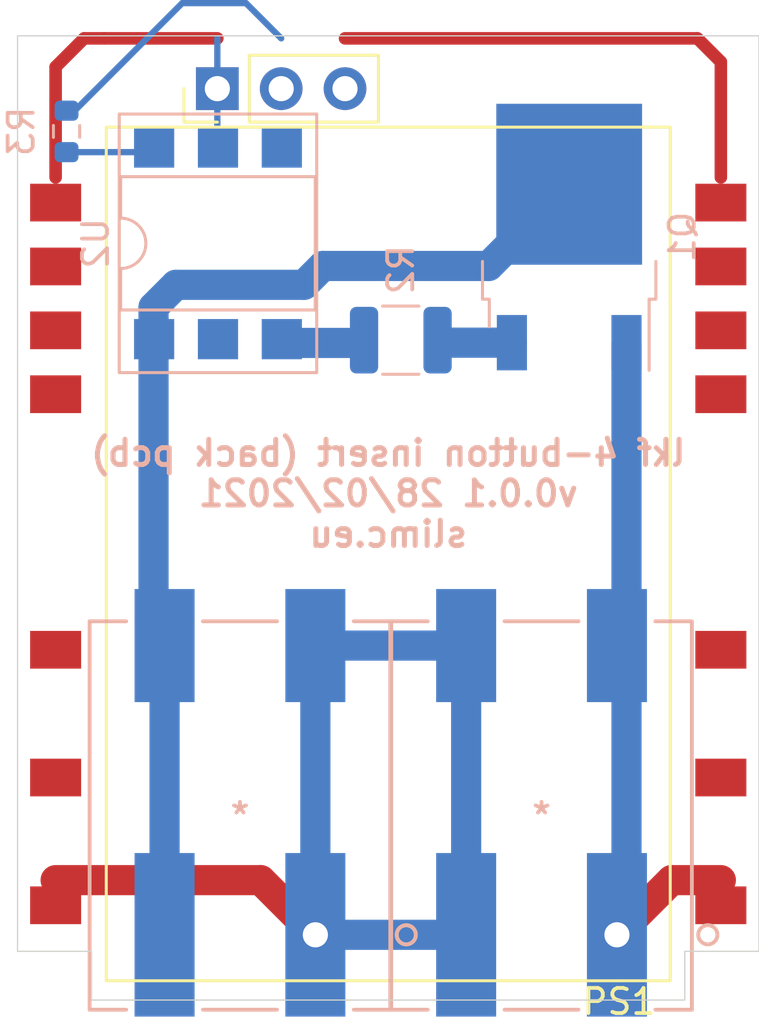
<source format=kicad_pcb>
(kicad_pcb (version 20171130) (host pcbnew 5.1.9-73d0e3b20d~88~ubuntu20.04.1)

  (general
    (thickness 1.6)
    (drawings 109)
    (tracks 40)
    (zones 0)
    (modules 8)
    (nets 12)
  )

  (page A4)
  (title_block
    (title "lkf 4-button insert (back pcb)")
    (date 2021-02-28)
    (rev v0.0.1)
  )

  (layers
    (0 F.Cu signal)
    (31 B.Cu signal)
    (32 B.Adhes user)
    (33 F.Adhes user)
    (34 B.Paste user)
    (35 F.Paste user)
    (36 B.SilkS user)
    (37 F.SilkS user)
    (38 B.Mask user)
    (39 F.Mask user)
    (40 Dwgs.User user hide)
    (41 Cmts.User user hide)
    (42 Eco1.User user hide)
    (43 Eco2.User user hide)
    (44 Edge.Cuts user)
    (45 Margin user)
    (46 B.CrtYd user hide)
    (47 F.CrtYd user hide)
    (48 B.Fab user hide)
    (49 F.Fab user hide)
  )

  (setup
    (last_trace_width 0.25)
    (user_trace_width 0.5)
    (user_trace_width 1.2)
    (user_trace_width 2)
    (trace_clearance 0.2)
    (zone_clearance 0.508)
    (zone_45_only no)
    (trace_min 0.2)
    (via_size 0.8)
    (via_drill 0.4)
    (via_min_size 0.4)
    (via_min_drill 0.3)
    (uvia_size 0.3)
    (uvia_drill 0.1)
    (uvias_allowed no)
    (uvia_min_size 0.2)
    (uvia_min_drill 0.1)
    (edge_width 0.05)
    (segment_width 0.2)
    (pcb_text_width 0.3)
    (pcb_text_size 1.5 1.5)
    (mod_edge_width 0.12)
    (mod_text_size 1 1)
    (mod_text_width 0.15)
    (pad_size 1 1)
    (pad_drill 0)
    (pad_to_mask_clearance 0.051)
    (solder_mask_min_width 0.25)
    (aux_axis_origin 0 0)
    (grid_origin 78.3 43.85)
    (visible_elements FFFFFF7F)
    (pcbplotparams
      (layerselection 0x010fc_ffffffff)
      (usegerberextensions false)
      (usegerberattributes false)
      (usegerberadvancedattributes false)
      (creategerberjobfile false)
      (excludeedgelayer true)
      (linewidth 0.100000)
      (plotframeref false)
      (viasonmask false)
      (mode 1)
      (useauxorigin false)
      (hpglpennumber 1)
      (hpglpenspeed 20)
      (hpglpendiameter 15.000000)
      (psnegative false)
      (psa4output false)
      (plotreference true)
      (plotvalue true)
      (plotinvisibletext false)
      (padsonsilk false)
      (subtractmaskfromsilk false)
      (outputformat 1)
      (mirror false)
      (drillshape 0)
      (scaleselection 1)
      (outputdirectory "../v0.0.1-back-pcb-production-files/"))
  )

  (net 0 "")
  (net 1 GND)
  (net 2 +3V3)
  (net 3 "Net-(J1-Pad2)")
  (net 4 "Net-(J1-Pad1)")
  (net 5 "Net-(Q1-Pad3)")
  (net 6 "Net-(J2-Pad1)")
  (net 7 "Net-(R2-Pad2)")
  (net 8 "Net-(R3-Pad1)")
  (net 9 "Net-(J3-Pad2)")
  (net 10 "Net-(U2-Pad3)")
  (net 11 "Net-(U2-Pad5)")

  (net_class Default "This is the default net class."
    (clearance 0.2)
    (trace_width 0.25)
    (via_dia 0.8)
    (via_drill 0.4)
    (uvia_dia 0.3)
    (uvia_drill 0.1)
    (add_net +3V3)
    (add_net GND)
    (add_net "Net-(J1-Pad1)")
    (add_net "Net-(J1-Pad2)")
    (add_net "Net-(J2-Pad1)")
    (add_net "Net-(J3-Pad2)")
    (add_net "Net-(Q1-Pad3)")
    (add_net "Net-(R2-Pad2)")
    (add_net "Net-(R3-Pad1)")
    (add_net "Net-(U2-Pad3)")
    (add_net "Net-(U2-Pad5)")
  )

  (module Package_DIP:DIP-6_W7.62mm_SMDSocket_SmallPads (layer B.Cu) (tedit 5A02E8C5) (tstamp 603C0D89)
    (at 71.525 33.9 270)
    (descr "6-lead though-hole mounted DIP package, row spacing 7.62 mm (300 mils), SMDSocket, SmallPads")
    (tags "THT DIP DIL PDIP 2.54mm 7.62mm 300mil SMDSocket SmallPads")
    (path /603BCC49)
    (attr smd)
    (fp_text reference U2 (at 0 4.87 90) (layer B.SilkS)
      (effects (font (size 1 1) (thickness 0.15)) (justify mirror))
    )
    (fp_text value MOC3021M (at 0 -4.87 90) (layer B.Fab)
      (effects (font (size 1 1) (thickness 0.15)) (justify mirror))
    )
    (fp_line (start 5.35 4.15) (end -5.35 4.15) (layer B.CrtYd) (width 0.05))
    (fp_line (start 5.35 -4.15) (end 5.35 4.15) (layer B.CrtYd) (width 0.05))
    (fp_line (start -5.35 -4.15) (end 5.35 -4.15) (layer B.CrtYd) (width 0.05))
    (fp_line (start -5.35 4.15) (end -5.35 -4.15) (layer B.CrtYd) (width 0.05))
    (fp_line (start 5.14 3.93) (end -5.14 3.93) (layer B.SilkS) (width 0.12))
    (fp_line (start 5.14 -3.93) (end 5.14 3.93) (layer B.SilkS) (width 0.12))
    (fp_line (start -5.14 -3.93) (end 5.14 -3.93) (layer B.SilkS) (width 0.12))
    (fp_line (start -5.14 3.93) (end -5.14 -3.93) (layer B.SilkS) (width 0.12))
    (fp_line (start 2.65 3.87) (end 1 3.87) (layer B.SilkS) (width 0.12))
    (fp_line (start 2.65 -3.87) (end 2.65 3.87) (layer B.SilkS) (width 0.12))
    (fp_line (start -2.65 -3.87) (end 2.65 -3.87) (layer B.SilkS) (width 0.12))
    (fp_line (start -2.65 3.87) (end -2.65 -3.87) (layer B.SilkS) (width 0.12))
    (fp_line (start -1 3.87) (end -2.65 3.87) (layer B.SilkS) (width 0.12))
    (fp_line (start 5.08 3.87) (end -5.08 3.87) (layer B.Fab) (width 0.1))
    (fp_line (start 5.08 -3.87) (end 5.08 3.87) (layer B.Fab) (width 0.1))
    (fp_line (start -5.08 -3.87) (end 5.08 -3.87) (layer B.Fab) (width 0.1))
    (fp_line (start -5.08 3.87) (end -5.08 -3.87) (layer B.Fab) (width 0.1))
    (fp_line (start -3.175 2.81) (end -2.175 3.81) (layer B.Fab) (width 0.1))
    (fp_line (start -3.175 -3.81) (end -3.175 2.81) (layer B.Fab) (width 0.1))
    (fp_line (start 3.175 -3.81) (end -3.175 -3.81) (layer B.Fab) (width 0.1))
    (fp_line (start 3.175 3.81) (end 3.175 -3.81) (layer B.Fab) (width 0.1))
    (fp_line (start -2.175 3.81) (end 3.175 3.81) (layer B.Fab) (width 0.1))
    (fp_text user %R (at 0 0 90) (layer B.Fab)
      (effects (font (size 1 1) (thickness 0.15)) (justify mirror))
    )
    (fp_arc (start 0 3.87) (end -1 3.87) (angle 180) (layer B.SilkS) (width 0.12))
    (pad 6 smd rect (at 3.81 2.54 270) (size 1.6 1.6) (layers B.Cu B.Paste B.Mask)
      (net 3 "Net-(J1-Pad2)"))
    (pad 3 smd rect (at -3.81 -2.54 270) (size 1.6 1.6) (layers B.Cu B.Paste B.Mask)
      (net 10 "Net-(U2-Pad3)"))
    (pad 5 smd rect (at 3.81 0 270) (size 1.6 1.6) (layers B.Cu B.Paste B.Mask)
      (net 11 "Net-(U2-Pad5)"))
    (pad 2 smd rect (at -3.81 0 270) (size 1.6 1.6) (layers B.Cu B.Paste B.Mask)
      (net 1 GND))
    (pad 4 smd rect (at 3.81 -2.54 270) (size 1.6 1.6) (layers B.Cu B.Paste B.Mask)
      (net 7 "Net-(R2-Pad2)"))
    (pad 1 smd rect (at -3.81 2.54 270) (size 1.6 1.6) (layers B.Cu B.Paste B.Mask)
      (net 8 "Net-(R3-Pad1)"))
    (model ${KISYS3DMOD}/Package_DIP.3dshapes/DIP-6_W7.62mm_SMDSocket.wrl
      (at (xyz 0 0 0))
      (scale (xyz 1 1 1))
      (rotate (xyz 0 0 0))
    )
  )

  (module Resistor_SMD:R_1210_3225Metric (layer B.Cu) (tedit 5F68FEEE) (tstamp 6038C14E)
    (at 78.8 37.75 180)
    (descr "Resistor SMD 1210 (3225 Metric), square (rectangular) end terminal, IPC_7351 nominal, (Body size source: IPC-SM-782 page 72, https://www.pcb-3d.com/wordpress/wp-content/uploads/ipc-sm-782a_amendment_1_and_2.pdf), generated with kicad-footprint-generator")
    (tags resistor)
    (path /604BA65D)
    (attr smd)
    (fp_text reference R2 (at 0 2.8 90) (layer B.SilkS)
      (effects (font (size 1 1) (thickness 0.15)) (justify mirror))
    )
    (fp_text value 330R (at 0 -2.28 90) (layer B.Fab)
      (effects (font (size 1 1) (thickness 0.15)) (justify mirror))
    )
    (fp_line (start -1.6 -1.245) (end -1.6 1.245) (layer B.Fab) (width 0.1))
    (fp_line (start -1.6 1.245) (end 1.6 1.245) (layer B.Fab) (width 0.1))
    (fp_line (start 1.6 1.245) (end 1.6 -1.245) (layer B.Fab) (width 0.1))
    (fp_line (start 1.6 -1.245) (end -1.6 -1.245) (layer B.Fab) (width 0.1))
    (fp_line (start -0.723737 1.355) (end 0.723737 1.355) (layer B.SilkS) (width 0.12))
    (fp_line (start -0.723737 -1.355) (end 0.723737 -1.355) (layer B.SilkS) (width 0.12))
    (fp_line (start -2.28 -1.58) (end -2.28 1.58) (layer B.CrtYd) (width 0.05))
    (fp_line (start -2.28 1.58) (end 2.28 1.58) (layer B.CrtYd) (width 0.05))
    (fp_line (start 2.28 1.58) (end 2.28 -1.58) (layer B.CrtYd) (width 0.05))
    (fp_line (start 2.28 -1.58) (end -2.28 -1.58) (layer B.CrtYd) (width 0.05))
    (fp_text user %R (at 0 0) (layer B.Fab)
      (effects (font (size 0.8 0.8) (thickness 0.12)) (justify mirror))
    )
    (pad 2 smd roundrect (at 1.4625 0 180) (size 1.125 2.65) (layers B.Cu B.Paste B.Mask) (roundrect_rratio 0.2222213333333333)
      (net 7 "Net-(R2-Pad2)"))
    (pad 1 smd roundrect (at -1.4625 0 180) (size 1.125 2.65) (layers B.Cu B.Paste B.Mask) (roundrect_rratio 0.2222213333333333)
      (net 5 "Net-(Q1-Pad3)"))
    (model ${KISYS3DMOD}/Resistor_SMD.3dshapes/R_1210_3225Metric.wrl
      (at (xyz 0 0 0))
      (scale (xyz 1 1 1))
      (rotate (xyz 0 0 0))
    )
  )

  (module WAGO_2061_602:2061-602_998-404 (layer B.Cu) (tedit 60356F0F) (tstamp 60384BC1)
    (at 84.4 56.65 180)
    (path /603E8E83)
    (fp_text reference J2 (at 0 1.006551) (layer B.SilkS) hide
      (effects (font (size 1 1) (thickness 0.15)) (justify mirror))
    )
    (fp_text value Mains_In_Conn (at 0 1.006551) (layer B.SilkS) hide
      (effects (font (size 1 1) (thickness 0.15)) (justify mirror))
    )
    (fp_circle (center -3.000002 1.006551) (end -2.619002 1.006551) (layer B.Fab) (width 0.1524))
    (fp_circle (center -6.6167 -4.743448) (end -6.2357 -4.743448) (layer F.SilkS) (width 0.1524))
    (fp_circle (center -6.6167 -4.743448) (end -6.2357 -4.743448) (layer B.SilkS) (width 0.1524))
    (fp_line (start 4.408351 -8.233083) (end 4.408351 -7.795766) (layer B.CrtYd) (width 0.1524))
    (fp_line (start 4.408351 -8.233083) (end 4.408351 -8.233083) (layer B.CrtYd) (width 0.1524))
    (fp_line (start 4.408351 -8.233083) (end 4.408351 -8.233083) (layer B.CrtYd) (width 0.1524))
    (fp_line (start 4.408351 -8.233083) (end 4.408351 -8.233083) (layer B.CrtYd) (width 0.1524))
    (fp_line (start -1.718652 -8.233083) (end 4.408351 -8.233083) (layer B.CrtYd) (width 0.1524))
    (fp_line (start -4.408352 -8.233082) (end -1.718652 -8.233083) (layer B.CrtYd) (width 0.1524))
    (fp_line (start -4.408352 -7.795764) (end -4.408352 -8.233082) (layer B.CrtYd) (width 0.1524))
    (fp_line (start -6.009778 -7.795763) (end -4.408352 -7.795764) (layer B.CrtYd) (width 0.1524))
    (fp_line (start -6.009778 7.795764) (end -6.009778 -7.795763) (layer B.CrtYd) (width 0.1524))
    (fp_line (start -4.439936 7.795764) (end -6.009778 7.795764) (layer B.CrtYd) (width 0.1524))
    (fp_line (start -4.439936 9.228777) (end -4.439936 7.795764) (layer B.CrtYd) (width 0.1524))
    (fp_line (start -4.439936 9.228777) (end -4.439936 9.228777) (layer B.CrtYd) (width 0.1524))
    (fp_line (start -4.439936 9.228777) (end -4.439936 9.228777) (layer B.CrtYd) (width 0.1524))
    (fp_line (start -4.439936 9.228777) (end -4.439936 9.228777) (layer B.CrtYd) (width 0.1524))
    (fp_line (start 1.687067 9.228777) (end -4.439936 9.228777) (layer B.CrtYd) (width 0.1524))
    (fp_line (start 4.312936 9.228777) (end 1.687067 9.228777) (layer B.CrtYd) (width 0.1524))
    (fp_line (start 4.312936 7.795764) (end 4.312936 9.228777) (layer B.CrtYd) (width 0.1524))
    (fp_line (start 6.009778 7.795764) (end 4.312936 7.795764) (layer B.CrtYd) (width 0.1524))
    (fp_line (start 6.009775 -7.795766) (end 6.009778 7.795764) (layer B.CrtYd) (width 0.1524))
    (fp_line (start 4.408351 -7.795766) (end 6.009775 -7.795766) (layer B.CrtYd) (width 0.1524))
    (fp_line (start -5.8547 7.5946) (end -5.8547 -7.5946) (layer B.Fab) (width 0.1524))
    (fp_line (start 5.8547 7.5946) (end -5.8547 7.5946) (layer B.Fab) (width 0.1524))
    (fp_line (start 5.8547 -7.5946) (end 5.8547 7.5946) (layer B.Fab) (width 0.1524))
    (fp_line (start -5.8547 -7.5946) (end 5.8547 -7.5946) (layer B.Fab) (width 0.1524))
    (fp_line (start -5.9817 7.7216) (end -5.9817 -7.7216) (layer B.SilkS) (width 0.1524))
    (fp_line (start 5.9817 7.7216) (end 4.526542 7.7216) (layer B.SilkS) (width 0.1524))
    (fp_line (start 5.9817 -7.7216) (end 5.9817 7.7216) (layer B.SilkS) (width 0.1524))
    (fp_line (start -5.9817 -7.7216) (end -4.526542 -7.7216) (layer B.SilkS) (width 0.1524))
    (fp_line (start 1.473462 7.7216) (end -1.473462 7.7216) (layer B.SilkS) (width 0.1524))
    (fp_line (start -4.526542 7.7216) (end -5.9817 7.7216) (layer B.SilkS) (width 0.1524))
    (fp_line (start 4.526542 -7.7216) (end 5.9817 -7.7216) (layer B.SilkS) (width 0.1524))
    (fp_line (start -1.473462 -7.7216) (end 1.473462 -7.7216) (layer B.SilkS) (width 0.1524))
    (fp_text user * (at 0 0) (layer B.Fab)
      (effects (font (size 1 1) (thickness 0.15)) (justify mirror))
    )
    (fp_text user * (at 0 0) (layer B.SilkS)
      (effects (font (size 1 1) (thickness 0.15)) (justify mirror))
    )
    (fp_text user "Copyright 2016 Accelerated Designs. All rights reserved." (at 0 0) (layer Cmts.User)
      (effects (font (size 0.127 0.127) (thickness 0.002)))
    )
    (pad 2 smd rect (at 3.000002 6.75655 180) (size 2.3876 4.4958) (layers B.Cu B.Paste B.Mask)
      (net 4 "Net-(J1-Pad1)"))
    (pad 1 smd rect (at -3.000002 6.75655 180) (size 2.3876 4.4958) (layers B.Cu B.Paste B.Mask)
      (net 6 "Net-(J2-Pad1)"))
    (pad 2 smd rect (at 3.000002 -4.743448 180) (size 2.3876 6.5024) (layers B.Cu B.Paste B.Mask)
      (net 4 "Net-(J1-Pad1)"))
    (pad 1 smd rect (at -3.000002 -4.743448 180) (size 2.3876 6.5024) (layers B.Cu B.Paste B.Mask)
      (net 6 "Net-(J2-Pad1)"))
    (model /home/christian/Projects/smart-home-projects/utilities/kicad-libs/WAGO_2061_602/WAGO_2061_602.models/2061-602_998-404.stp
      (offset (xyz 5.8 -7.4 0))
      (scale (xyz 1 1 1))
      (rotate (xyz -90 0 90))
    )
  )

  (module WAGO_2061_602:2061-602_998-404 (layer B.Cu) (tedit 60356F0F) (tstamp 60384CEA)
    (at 72.4 56.65 180)
    (path /603ED863)
    (fp_text reference J1 (at 0 1.006551) (layer B.SilkS) hide
      (effects (font (size 1 1) (thickness 0.15)) (justify mirror))
    )
    (fp_text value Mains_Out_Conn (at 0 1.006551) (layer B.SilkS) hide
      (effects (font (size 1 1) (thickness 0.15)) (justify mirror))
    )
    (fp_circle (center -3.000002 1.006551) (end -2.619002 1.006551) (layer B.Fab) (width 0.1524))
    (fp_circle (center -6.6167 -4.743448) (end -6.2357 -4.743448) (layer F.SilkS) (width 0.1524))
    (fp_circle (center -6.6167 -4.743448) (end -6.2357 -4.743448) (layer B.SilkS) (width 0.1524))
    (fp_line (start 4.408351 -8.233083) (end 4.408351 -7.795766) (layer B.CrtYd) (width 0.1524))
    (fp_line (start 4.408351 -8.233083) (end 4.408351 -8.233083) (layer B.CrtYd) (width 0.1524))
    (fp_line (start 4.408351 -8.233083) (end 4.408351 -8.233083) (layer B.CrtYd) (width 0.1524))
    (fp_line (start 4.408351 -8.233083) (end 4.408351 -8.233083) (layer B.CrtYd) (width 0.1524))
    (fp_line (start -1.718652 -8.233083) (end 4.408351 -8.233083) (layer B.CrtYd) (width 0.1524))
    (fp_line (start -4.408352 -8.233082) (end -1.718652 -8.233083) (layer B.CrtYd) (width 0.1524))
    (fp_line (start -4.408352 -7.795764) (end -4.408352 -8.233082) (layer B.CrtYd) (width 0.1524))
    (fp_line (start -6.009778 -7.795763) (end -4.408352 -7.795764) (layer B.CrtYd) (width 0.1524))
    (fp_line (start -6.009778 7.795764) (end -6.009778 -7.795763) (layer B.CrtYd) (width 0.1524))
    (fp_line (start -4.439936 7.795764) (end -6.009778 7.795764) (layer B.CrtYd) (width 0.1524))
    (fp_line (start -4.439936 9.228777) (end -4.439936 7.795764) (layer B.CrtYd) (width 0.1524))
    (fp_line (start -4.439936 9.228777) (end -4.439936 9.228777) (layer B.CrtYd) (width 0.1524))
    (fp_line (start -4.439936 9.228777) (end -4.439936 9.228777) (layer B.CrtYd) (width 0.1524))
    (fp_line (start -4.439936 9.228777) (end -4.439936 9.228777) (layer B.CrtYd) (width 0.1524))
    (fp_line (start 1.687067 9.228777) (end -4.439936 9.228777) (layer B.CrtYd) (width 0.1524))
    (fp_line (start 4.312936 9.228777) (end 1.687067 9.228777) (layer B.CrtYd) (width 0.1524))
    (fp_line (start 4.312936 7.795764) (end 4.312936 9.228777) (layer B.CrtYd) (width 0.1524))
    (fp_line (start 6.009778 7.795764) (end 4.312936 7.795764) (layer B.CrtYd) (width 0.1524))
    (fp_line (start 6.009775 -7.795766) (end 6.009778 7.795764) (layer B.CrtYd) (width 0.1524))
    (fp_line (start 4.408351 -7.795766) (end 6.009775 -7.795766) (layer B.CrtYd) (width 0.1524))
    (fp_line (start -5.8547 7.5946) (end -5.8547 -7.5946) (layer B.Fab) (width 0.1524))
    (fp_line (start 5.8547 7.5946) (end -5.8547 7.5946) (layer B.Fab) (width 0.1524))
    (fp_line (start 5.8547 -7.5946) (end 5.8547 7.5946) (layer B.Fab) (width 0.1524))
    (fp_line (start -5.8547 -7.5946) (end 5.8547 -7.5946) (layer B.Fab) (width 0.1524))
    (fp_line (start -5.9817 7.7216) (end -5.9817 -7.7216) (layer B.SilkS) (width 0.1524))
    (fp_line (start 5.9817 7.7216) (end 4.526542 7.7216) (layer B.SilkS) (width 0.1524))
    (fp_line (start 5.9817 -7.7216) (end 5.9817 7.7216) (layer B.SilkS) (width 0.1524))
    (fp_line (start -5.9817 -7.7216) (end -4.526542 -7.7216) (layer B.SilkS) (width 0.1524))
    (fp_line (start 1.473462 7.7216) (end -1.473462 7.7216) (layer B.SilkS) (width 0.1524))
    (fp_line (start -4.526542 7.7216) (end -5.9817 7.7216) (layer B.SilkS) (width 0.1524))
    (fp_line (start 4.526542 -7.7216) (end 5.9817 -7.7216) (layer B.SilkS) (width 0.1524))
    (fp_line (start -1.473462 -7.7216) (end 1.473462 -7.7216) (layer B.SilkS) (width 0.1524))
    (fp_text user * (at 0 0 180) (layer B.Fab)
      (effects (font (size 1 1) (thickness 0.15)) (justify mirror))
    )
    (fp_text user * (at 0 0 180) (layer B.SilkS)
      (effects (font (size 1 1) (thickness 0.15)) (justify mirror))
    )
    (fp_text user "Copyright 2016 Accelerated Designs. All rights reserved." (at 0 0) (layer Cmts.User)
      (effects (font (size 0.127 0.127) (thickness 0.002)))
    )
    (pad 2 smd rect (at 3.000002 6.75655 180) (size 2.3876 4.4958) (layers B.Cu B.Paste B.Mask)
      (net 3 "Net-(J1-Pad2)"))
    (pad 1 smd rect (at -3.000002 6.75655 180) (size 2.3876 4.4958) (layers B.Cu B.Paste B.Mask)
      (net 4 "Net-(J1-Pad1)"))
    (pad 2 smd rect (at 3.000002 -4.743448 180) (size 2.3876 6.5024) (layers B.Cu B.Paste B.Mask)
      (net 3 "Net-(J1-Pad2)"))
    (pad 1 smd rect (at -3.000002 -4.743448 180) (size 2.3876 6.5024) (layers B.Cu B.Paste B.Mask)
      (net 4 "Net-(J1-Pad1)"))
    (model /home/christian/Projects/smart-home-projects/utilities/kicad-libs/WAGO_2061_602/WAGO_2061_602.models/2061-602_998-404.stp
      (offset (xyz 5.8 -7.4 0))
      (scale (xyz 1 1 1))
      (rotate (xyz -90 0 90))
    )
  )

  (module Resistor_SMD:R_0603_1608Metric (layer B.Cu) (tedit 5F68FEEE) (tstamp 6033DFEC)
    (at 65.5 29.45 90)
    (descr "Resistor SMD 0603 (1608 Metric), square (rectangular) end terminal, IPC_7351 nominal, (Body size source: IPC-SM-782 page 72, https://www.pcb-3d.com/wordpress/wp-content/uploads/ipc-sm-782a_amendment_1_and_2.pdf), generated with kicad-footprint-generator")
    (tags resistor)
    (path /60487F72)
    (attr smd)
    (fp_text reference R3 (at 0 -1.8 90) (layer B.SilkS)
      (effects (font (size 1 1) (thickness 0.15)) (justify mirror))
    )
    (fp_text value 430R (at 0 -1.43 90) (layer B.Fab)
      (effects (font (size 1 1) (thickness 0.15)) (justify mirror))
    )
    (fp_line (start -0.8 -0.4125) (end -0.8 0.4125) (layer B.Fab) (width 0.1))
    (fp_line (start -0.8 0.4125) (end 0.8 0.4125) (layer B.Fab) (width 0.1))
    (fp_line (start 0.8 0.4125) (end 0.8 -0.4125) (layer B.Fab) (width 0.1))
    (fp_line (start 0.8 -0.4125) (end -0.8 -0.4125) (layer B.Fab) (width 0.1))
    (fp_line (start -0.237258 0.5225) (end 0.237258 0.5225) (layer B.SilkS) (width 0.12))
    (fp_line (start -0.237258 -0.5225) (end 0.237258 -0.5225) (layer B.SilkS) (width 0.12))
    (fp_line (start -1.48 -0.73) (end -1.48 0.73) (layer B.CrtYd) (width 0.05))
    (fp_line (start -1.48 0.73) (end 1.48 0.73) (layer B.CrtYd) (width 0.05))
    (fp_line (start 1.48 0.73) (end 1.48 -0.73) (layer B.CrtYd) (width 0.05))
    (fp_line (start 1.48 -0.73) (end -1.48 -0.73) (layer B.CrtYd) (width 0.05))
    (fp_text user %R (at 0 0 90) (layer B.Fab)
      (effects (font (size 0.4 0.4) (thickness 0.06)) (justify mirror))
    )
    (pad 2 smd roundrect (at 0.825 0 90) (size 0.8 0.95) (layers B.Cu B.Paste B.Mask) (roundrect_rratio 0.25)
      (net 9 "Net-(J3-Pad2)"))
    (pad 1 smd roundrect (at -0.825 0 90) (size 0.8 0.95) (layers B.Cu B.Paste B.Mask) (roundrect_rratio 0.25)
      (net 8 "Net-(R3-Pad1)"))
    (model ${KISYS3DMOD}/Resistor_SMD.3dshapes/R_0603_1608Metric.wrl
      (at (xyz 0 0 0))
      (scale (xyz 1 1 1))
      (rotate (xyz 0 0 0))
    )
  )

  (module Connector_PinHeader_2.54mm:PinHeader_1x03_P2.54mm_Vertical locked (layer F.Cu) (tedit 59FED5CC) (tstamp 60385323)
    (at 71.500 27.750 90.000)
    (descr "Through hole straight pin header, 1x03, 2.54mm pitch, single row")
    (tags "Through hole pin header THT 1x03 2.54mm single row")
    (path /6033B87E)
    (fp_text reference J3 (at 0 -2.33 90.000) (layer F.SilkS) hide
      (effects (font (size 1 1) (thickness 0.15)))
    )
    (fp_text value Inter_PCB_Conn (at -4.65 2.6 90.000) (layer F.Fab)
      (effects (font (size 1 1) (thickness 0.15)))
    )
    (fp_line (start -0.635 -1.27) (end 1.27 -1.27) (layer F.Fab) (width 0.1))
    (fp_line (start 1.27 -1.27) (end 1.27 6.35) (layer F.Fab) (width 0.1))
    (fp_line (start 1.27 6.35) (end -1.27 6.35) (layer F.Fab) (width 0.1))
    (fp_line (start -1.27 6.35) (end -1.27 -0.635) (layer F.Fab) (width 0.1))
    (fp_line (start -1.27 -0.635) (end -0.635 -1.27) (layer F.Fab) (width 0.1))
    (fp_line (start -1.33 6.41) (end 1.33 6.41) (layer F.SilkS) (width 0.12))
    (fp_line (start -1.33 1.27) (end -1.33 6.41) (layer F.SilkS) (width 0.12))
    (fp_line (start 1.33 1.27) (end 1.33 6.41) (layer F.SilkS) (width 0.12))
    (fp_line (start -1.33 1.27) (end 1.33 1.27) (layer F.SilkS) (width 0.12))
    (fp_line (start -1.33 0) (end -1.33 -1.33) (layer F.SilkS) (width 0.12))
    (fp_line (start -1.33 -1.33) (end 0 -1.33) (layer F.SilkS) (width 0.12))
    (fp_line (start -1.8 -1.8) (end -1.8 6.85) (layer F.CrtYd) (width 0.05))
    (fp_line (start -1.8 6.85) (end 1.8 6.85) (layer F.CrtYd) (width 0.05))
    (fp_line (start 1.8 6.85) (end 1.8 -1.8) (layer F.CrtYd) (width 0.05))
    (fp_line (start 1.8 -1.8) (end -1.8 -1.8) (layer F.CrtYd) (width 0.05))
    (fp_text user %R (at 0 2.54) (layer F.Fab)
      (effects (font (size 1 1) (thickness 0.15)))
    )
    (pad 3 thru_hole oval (at 0 5.08 90.000) (size 1.7 1.7) (drill 1) (layers *.Cu *.Mask)
      (net 2 +3V3))
    (pad 2 thru_hole oval (at 0 2.54 90.000) (size 1.7 1.7) (drill 1) (layers *.Cu *.Mask)
      (net 9 "Net-(J3-Pad2)"))
    (pad 1 thru_hole rect (at 0 0 90.000) (size 1.7 1.7) (drill 1) (layers *.Cu *.Mask)
      (net 1 GND))
    (model ${KISYS3DMOD}/Connector_PinHeader_2.54mm.3dshapes/PinHeader_1x03_P2.54mm_Vertical.wrl
      (at (xyz 0 0 0))
      (scale (xyz 1 1 1))
      (rotate (xyz 0 0 0))
    )
  )

  (module Package_TO_SOT_SMD:TO-252-2 (layer B.Cu) (tedit 5A70A390) (tstamp 6038C314)
    (at 85.5 33.65 90)
    (descr "TO-252 / DPAK SMD package, http://www.infineon.com/cms/en/product/packages/PG-TO252/PG-TO252-3-1/")
    (tags "DPAK TO-252 DPAK-3 TO-252-3 SOT-428")
    (path /5FF8A8D5)
    (attr smd)
    (fp_text reference Q1 (at 0 4.5 90) (layer B.SilkS)
      (effects (font (size 1 1) (thickness 0.15)) (justify mirror))
    )
    (fp_text value BT136-500 (at 0 -4.5 90) (layer B.Fab)
      (effects (font (size 1 1) (thickness 0.15)) (justify mirror))
    )
    (fp_line (start 3.95 2.7) (end 4.95 2.7) (layer B.Fab) (width 0.1))
    (fp_line (start 4.95 2.7) (end 4.95 -2.7) (layer B.Fab) (width 0.1))
    (fp_line (start 4.95 -2.7) (end 3.95 -2.7) (layer B.Fab) (width 0.1))
    (fp_line (start 3.95 3.25) (end 3.95 -3.25) (layer B.Fab) (width 0.1))
    (fp_line (start 3.95 -3.25) (end -2.27 -3.25) (layer B.Fab) (width 0.1))
    (fp_line (start -2.27 -3.25) (end -2.27 2.25) (layer B.Fab) (width 0.1))
    (fp_line (start -2.27 2.25) (end -1.27 3.25) (layer B.Fab) (width 0.1))
    (fp_line (start -1.27 3.25) (end 3.95 3.25) (layer B.Fab) (width 0.1))
    (fp_line (start -1.865 2.655) (end -4.97 2.655) (layer B.Fab) (width 0.1))
    (fp_line (start -4.97 2.655) (end -4.97 1.905) (layer B.Fab) (width 0.1))
    (fp_line (start -4.97 1.905) (end -2.27 1.905) (layer B.Fab) (width 0.1))
    (fp_line (start -2.27 -1.905) (end -4.97 -1.905) (layer B.Fab) (width 0.1))
    (fp_line (start -4.97 -1.905) (end -4.97 -2.655) (layer B.Fab) (width 0.1))
    (fp_line (start -4.97 -2.655) (end -2.27 -2.655) (layer B.Fab) (width 0.1))
    (fp_line (start -0.97 3.45) (end -2.47 3.45) (layer B.SilkS) (width 0.12))
    (fp_line (start -2.47 3.45) (end -2.47 3.18) (layer B.SilkS) (width 0.12))
    (fp_line (start -2.47 3.18) (end -5.3 3.18) (layer B.SilkS) (width 0.12))
    (fp_line (start -0.97 -3.45) (end -2.47 -3.45) (layer B.SilkS) (width 0.12))
    (fp_line (start -2.47 -3.45) (end -2.47 -3.18) (layer B.SilkS) (width 0.12))
    (fp_line (start -2.47 -3.18) (end -3.57 -3.18) (layer B.SilkS) (width 0.12))
    (fp_line (start -5.55 3.5) (end -5.55 -3.5) (layer B.CrtYd) (width 0.05))
    (fp_line (start -5.55 -3.5) (end 5.55 -3.5) (layer B.CrtYd) (width 0.05))
    (fp_line (start 5.55 -3.5) (end 5.55 3.5) (layer B.CrtYd) (width 0.05))
    (fp_line (start 5.55 3.5) (end -5.55 3.5) (layer B.CrtYd) (width 0.05))
    (fp_text user %R (at 0 0 90) (layer B.Fab)
      (effects (font (size 1 1) (thickness 0.15)) (justify mirror))
    )
    (pad "" smd rect (at 0.425 -1.525 90) (size 3.05 2.75) (layers B.Paste))
    (pad "" smd rect (at 3.775 1.525 90) (size 3.05 2.75) (layers B.Paste))
    (pad "" smd rect (at 0.425 1.525 90) (size 3.05 2.75) (layers B.Paste))
    (pad "" smd rect (at 3.775 -1.525 90) (size 3.05 2.75) (layers B.Paste))
    (pad 2 smd rect (at 2.1 0 90) (size 6.4 5.8) (layers B.Cu B.Mask)
      (net 3 "Net-(J1-Pad2)"))
    (pad 3 smd rect (at -4.2 -2.28 90) (size 2.2 1.2) (layers B.Cu B.Paste B.Mask)
      (net 5 "Net-(Q1-Pad3)"))
    (pad 1 smd rect (at -4.2 2.28 90) (size 2.2 1.2) (layers B.Cu B.Paste B.Mask)
      (net 6 "Net-(J2-Pad1)"))
    (model ${KISYS3DMOD}/Package_TO_SOT_SMD.3dshapes/TO-252-2.wrl
      (at (xyz 0 0 0))
      (scale (xyz 1 1 1))
      (rotate (xyz 0 0 0))
    )
  )

  (module Converter_ACDC:Converter_ACDC_MeanWell_IRM-02-xx_SMD locked (layer F.Cu) (tedit 5B57271E) (tstamp 6033DEEB)
    (at 78.300 46.250 180.000)
    (descr "ACDC-Converter, 3W, Meanwell, IRM-02, SMD, https://www.meanwell.com/Upload/PDF/IRM-02/IRM-02-SPEC.PDF")
    (tags "ACDC-Converter 3W")
    (path /603368FD)
    (attr smd)
    (fp_text reference PS1 (at -9.18 -17.8) (layer F.SilkS)
      (effects (font (size 1 1) (thickness 0.15)))
    )
    (fp_text value IRM-02-3.3S (at 0 17.9) (layer F.Fab)
      (effects (font (size 1 1) (thickness 0.15)))
    )
    (fp_line (start 11.22 -16.97) (end 11.22 16.97) (layer F.SilkS) (width 0.12))
    (fp_line (start 11.22 16.97) (end -11.22 16.97) (layer F.SilkS) (width 0.12))
    (fp_line (start -11.22 16.97) (end -11.22 -16.97) (layer F.SilkS) (width 0.12))
    (fp_line (start -11.22 -16.97) (end 11.22 -16.97) (layer F.SilkS) (width 0.12))
    (fp_line (start 14.5 -17.1) (end -14.5 -17.1) (layer F.CrtYd) (width 0.05))
    (fp_line (start -14.5 -17.1) (end -14.5 17.1) (layer F.CrtYd) (width 0.05))
    (fp_line (start -14.5 17.1) (end 14.5 17.1) (layer F.CrtYd) (width 0.05))
    (fp_line (start 14.5 -17.1) (end 14.5 17.1) (layer F.CrtYd) (width 0.05))
    (fp_line (start -11.1 -15.85) (end -11.1 16.85) (layer F.Fab) (width 0.1))
    (fp_line (start -11.1 16.85) (end 11.1 16.85) (layer F.Fab) (width 0.1))
    (fp_line (start 11.1 16.85) (end 11.1 -16.85) (layer F.Fab) (width 0.1))
    (fp_line (start 11.1 -16.85) (end -10.1 -16.85) (layer F.Fab) (width 0.1))
    (fp_line (start -11.1 -15.85) (end -10.1 -16.85) (layer F.Fab) (width 0.1))
    (fp_text user %R (at 0 0) (layer F.Fab)
      (effects (font (size 1 1) (thickness 0.15)))
    )
    (pad 12 smd rect (at -13.235 13.97 90.000) (size 1.5 2.03) (layers F.Cu F.Paste F.Mask)
      (net 2 +3V3))
    (pad 11 smd rect (at -13.235 11.43 90.000) (size 1.5 2.03) (layers F.Cu F.Paste F.Mask))
    (pad 10 smd rect (at -13.235 8.89 90.000) (size 1.5 2.03) (layers F.Cu F.Paste F.Mask))
    (pad 9 smd rect (at -13.235 6.35 90.000) (size 1.5 2.03) (layers F.Cu F.Paste F.Mask))
    (pad 5 smd rect (at -13.235 -3.81 90.000) (size 1.5 2.03) (layers F.Cu F.Paste F.Mask))
    (pad 3 smd rect (at -13.235 -8.89 90.000) (size 1.5 2.03) (layers F.Cu F.Paste F.Mask))
    (pad 1 smd rect (at -13.235 -13.97 90.000) (size 1.5 2.03) (layers F.Cu F.Paste F.Mask)
      (net 6 "Net-(J2-Pad1)"))
    (pad 13 smd rect (at 13.235 13.97 90.000) (size 1.5 2.03) (layers F.Cu F.Paste F.Mask)
      (net 1 GND))
    (pad 14 smd rect (at 13.235 11.43 90.000) (size 1.5 2.03) (layers F.Cu F.Paste F.Mask))
    (pad 15 smd rect (at 13.235 8.89 90.000) (size 1.5 2.03) (layers F.Cu F.Paste F.Mask))
    (pad 16 smd rect (at 13.235 6.35 90.000) (size 1.5 2.03) (layers F.Cu F.Paste F.Mask))
    (pad 20 smd rect (at 13.235 -3.81 90.000) (size 1.5 2.03) (layers F.Cu F.Paste F.Mask))
    (pad 22 smd rect (at 13.235 -8.89 90.000) (size 1.5 2.03) (layers F.Cu F.Paste F.Mask))
    (pad 24 smd rect (at 13.235 -13.97 90.000) (size 1.5 2.03) (layers F.Cu F.Paste F.Mask)
      (net 4 "Net-(J1-Pad1)"))
    (model ${KISYS3DMOD}/Converter_ACDC.3dshapes/Converter_ACDC_MeanWell_IRM-02-xx_SMD.wrl
      (at (xyz 0 0 0))
      (scale (xyz 1 1 1))
      (rotate (xyz 0 0 0))
    )
  )

  (gr_text "lkf 4-button insert (back pcb)\nv0.0.1 28/02/2021\nslimc.eu" (at 78.3 43.85) (layer B.SilkS) (tstamp 603626A1)
    (effects (font (size 1 1) (thickness 0.2)) (justify mirror))
  )
                                                                                                            
  (segment (start 71.5 30.24) (end 71.5 25.75) (width 0.25) (layer B.Cu) (net 1))
  (segment (start 67 25.75) (end 71.5 25.75) (width 0.5) (layer F.Cu) (net 1))
  (segment (start 66.2 25.75) (end 67 25.75) (width 0.5) (layer F.Cu) (net 1))
  (segment (start 65.065 26.885) (end 66.2 25.75) (width 0.5) (layer F.Cu) (net 1))
  (segment (start 65.065 31.28) (end 65.065 26.885) (width 0.5) (layer F.Cu) (net 1))
  (segment (start 76.58 25.75) (end 90.6 25.75) (width 0.5) (layer F.Cu) (net 2))
  (segment (start 91.535 26.685) (end 91.535 31.28) (width 0.5) (layer F.Cu) (net 2))
  (segment (start 90.6 25.75) (end 91.535 26.685) (width 0.5) (layer F.Cu) (net 2))
  (segment (start 69.399998 49.89345) (end 69.399998 61.393448) (width 1.2) (layer B.Cu) (net 3))
  (segment (start 68.96 49.453452) (end 69.399998 49.89345) (width 1.2) (layer B.Cu) (net 3))
  (segment (start 68.96 37.86) (end 68.96 49.453452) (width 1.2) (layer B.Cu) (net 3))
  (segment (start 68.96 36.44) (end 68.96 37.86) (width 1.2) (layer B.Cu) (net 3))
  (segment (start 69.85 35.55) (end 68.96 36.44) (width 1.2) (layer B.Cu) (net 3))
  (segment (start 69.85 35.55) (end 74.95 35.55) (width 1.2) (layer B.Cu) (net 3))
  (segment (start 85.5 31.55) (end 85.5 31.6) (width 1.2) (layer B.Cu) (net 3))
  (segment (start 85.5 31.6) (end 82.3 34.8) (width 1.2) (layer B.Cu) (net 3))
  (segment (start 75.7 34.8) (end 74.95 35.55) (width 1.2) (layer B.Cu) (net 3))
  (segment (start 82.3 34.8) (end 75.7 34.8) (width 1.2) (layer B.Cu) (net 3))
  (segment (start 75.400002 61.393448) (end 75.400002 61.393448) (width 1.2) (layer B.Cu) (net 4))
  (segment (start 81.399998 49.89345) (end 81.399998 61.393448) (width 1.2) (layer B.Cu) (net 4))
  (segment (start 81.399998 61.393448) (end 75.400002 61.393448) (width 1.2) (layer B.Cu) (net 4))
  (segment (start 75.400002 49.89345) (end 81.399998 49.89345) (width 1.2) (layer B.Cu) (net 4))
  (segment (start 75.400002 61.393448) (end 75.400002 49.89345) (width 1.2) (layer B.Cu) (net 4) (tstamp 6038BAF0))
  (via (at 75.400002 61.393448) (size 2) (drill 1) (layers F.Cu B.Cu) (net 4) (status 1000000))
  (segment (start 73.226554 59.22) (end 75.400002 61.393448) (width 1.2) (layer F.Cu) (net 4))
  (segment (start 65.065 59.22) (end 73.226554 59.22) (width 1.2) (layer F.Cu) (net 4))
  (segment (start 83.22 37.85) (end 80.6625 37.85) (width 1.2) (layer B.Cu) (net 5))
  (segment (start 87.400002 61.393448) (end 87.400002 61.393448) (width 1.2) (layer B.Cu) (net 6) (tstamp 6038BAF2))
  (via (at 87.400002 61.393448) (size 2) (drill 1) (layers F.Cu B.Cu) (net 6))
  (segment (start 89.57345 59.22) (end 87.400002 61.393448) (width 1.2) (layer F.Cu) (net 6))
  (segment (start 91.535 59.22) (end 89.57345 59.22) (width 1.2) (layer F.Cu) (net 6))
  (segment (start 87.78 61.01345) (end 87.400002 61.393448) (width 1.2) (layer B.Cu) (net 6))
  (segment (start 87.78 37.85) (end 87.78 61.01345) (width 1.2) (layer B.Cu) (net 6))
  (segment (start 74.04 37.86) (end 76.9275 37.86) (width 1.2) (layer B.Cu) (net 7))
  (segment (start 68.925 30.275) (end 68.96 30.24) (width 0.25) (layer B.Cu) (net 8))
  (segment (start 65.5 30.275) (end 68.925 30.275) (width 0.25) (layer B.Cu) (net 8))
  (segment (start 65.5 28.625) (end 65.825 28.625) (width 0.25) (layer B.Cu) (net 9))
  (segment (start 65.825 28.625) (end 70.1 24.35) (width 0.25) (layer B.Cu) (net 9))
  (segment (start 72.64 24.35) (end 74.04 25.75) (width 0.25) (layer B.Cu) (net 9))
  (segment (start 70.1 24.35) (end 72.64 24.35) (width 0.25) (layer B.Cu) (net 9))


          
  (gr_line (start 78.300 25.650) (end 93.050 25.650) (angle 90) (layer Edge.Cuts) (width 0.05))
  (gr_line (start 93.050 25.650) (end 93.050 43.850) (angle 90) (layer Edge.Cuts) (width 0.05))
  (gr_line (start 93.050 43.850) (end 93.050 62.050) (angle 90) (layer Edge.Cuts) (width 0.05))
  (gr_line (start 93.050 62.050) (end 90.100 62.050) (angle 90) (layer Edge.Cuts) (width 0.05))
  (gr_line (start 90.100 62.050) (end 90.100 63.988) (angle 90) (layer Edge.Cuts) (width 0.05))
  (gr_line (start 90.100 63.988) (end 78.300 63.988) (angle 90) (layer Edge.Cuts) (width 0.05))
  (gr_line (start 66.500 63.988) (end 78.300 63.988) (angle 90) (layer Edge.Cuts) (width 0.05))
  (gr_line (start 66.500 62.050) (end 66.500 63.988) (angle 90) (layer Edge.Cuts) (width 0.05))
  (gr_line (start 66.500 62.050) (end 63.550 62.050) (angle 90) (layer Edge.Cuts) (width 0.05))
  (gr_line (start 63.550 62.050) (end 63.550 43.850) (angle 90) (layer Edge.Cuts) (width 0.05))
  (gr_line (start 63.550 43.850) (end 63.550 25.650) (angle 90) (layer Edge.Cuts) (width 0.05))
  (gr_line (start 63.550 25.650) (end 78.300 25.650) (angle 90) (layer Edge.Cuts) (width 0.05))
)
 
</source>
